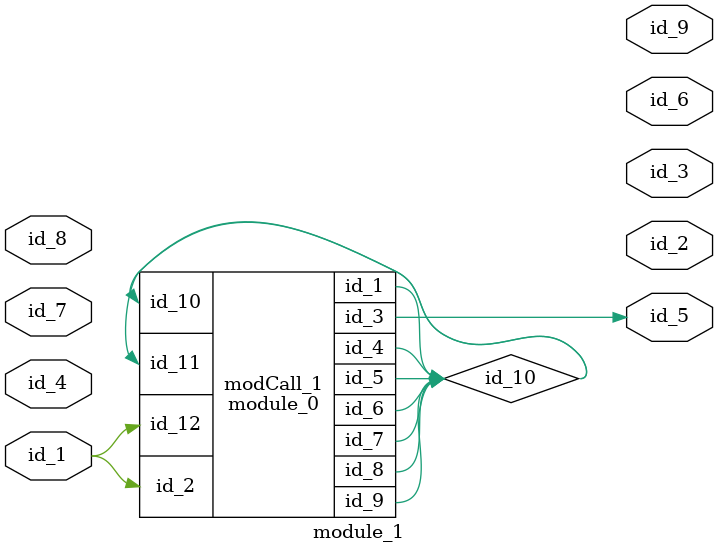
<source format=v>
module module_0 (
    id_1,
    id_2,
    id_3,
    id_4,
    id_5,
    id_6,
    id_7,
    id_8,
    id_9,
    id_10,
    id_11,
    id_12
);
  input wire id_12;
  input wire id_11;
  input wire id_10;
  inout wire id_9;
  inout wire id_8;
  inout wire id_7;
  inout wire id_6;
  inout wire id_5;
  inout wire id_4;
  output wire id_3;
  input wire id_2;
  inout wire id_1;
  wire id_13;
endmodule
module module_1 (
    id_1,
    id_2,
    id_3,
    id_4,
    id_5,
    id_6,
    id_7,
    id_8,
    id_9
);
  output wire id_9;
  input wire id_8;
  input wire id_7;
  output wire id_6;
  output wire id_5;
  inout wire id_4;
  output wire id_3;
  output wire id_2;
  input wire id_1;
  wire id_10;
  module_0 modCall_1 (
      id_10,
      id_1,
      id_5,
      id_10,
      id_10,
      id_10,
      id_10,
      id_10,
      id_10,
      id_10,
      id_10,
      id_1
  );
endmodule

</source>
